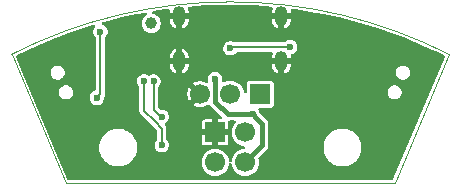
<source format=gbr>
%TF.GenerationSoftware,KiCad,Pcbnew,9.0.5*%
%TF.CreationDate,2025-12-07T22:15:23-05:00*%
%TF.ProjectId,Control_PCB,436f6e74-726f-46c5-9f50-43422e6b6963,rev?*%
%TF.SameCoordinates,Original*%
%TF.FileFunction,Copper,L2,Bot*%
%TF.FilePolarity,Positive*%
%FSLAX46Y46*%
G04 Gerber Fmt 4.6, Leading zero omitted, Abs format (unit mm)*
G04 Created by KiCad (PCBNEW 9.0.5) date 2025-12-07 22:15:23*
%MOMM*%
%LPD*%
G01*
G04 APERTURE LIST*
%TA.AperFunction,HeatsinkPad*%
%ADD10O,1.100000X1.700000*%
%TD*%
%TA.AperFunction,ComponentPad*%
%ADD11R,1.700000X1.700000*%
%TD*%
%TA.AperFunction,ComponentPad*%
%ADD12C,1.700000*%
%TD*%
%TA.AperFunction,SMDPad,CuDef*%
%ADD13C,1.000000*%
%TD*%
%TA.AperFunction,ViaPad*%
%ADD14C,0.600000*%
%TD*%
%TA.AperFunction,Conductor*%
%ADD15C,0.400000*%
%TD*%
%TA.AperFunction,Conductor*%
%ADD16C,0.200000*%
%TD*%
%TA.AperFunction,Conductor*%
%ADD17C,0.180000*%
%TD*%
%TA.AperFunction,Profile*%
%ADD18C,0.100000*%
%TD*%
G04 APERTURE END LIST*
D10*
%TO.P,J1,S1,SHIELD*%
%TO.N,GND*%
X154320000Y-64200000D03*
X154320000Y-60400000D03*
X145680000Y-64200000D03*
X145680000Y-60400000D03*
%TD*%
D11*
%TO.P,J3,1,Pin_1*%
%TO.N,Net-(D1-A)*%
X152540000Y-67000000D03*
D12*
%TO.P,J3,2,Pin_2*%
%TO.N,/UPDI*%
X150000000Y-67000000D03*
%TO.P,J3,3,Pin_3*%
%TO.N,GND*%
X147460000Y-67000000D03*
%TD*%
D11*
%TO.P,J2,1,Pin_1*%
%TO.N,GND*%
X148725000Y-70225000D03*
D12*
%TO.P,J2,2,Pin_2*%
%TO.N,/CLK*%
X148725000Y-72765000D03*
%TO.P,J2,3,Pin_3*%
%TO.N,/DATA*%
X151265000Y-70225000D03*
%TO.P,J2,4,Pin_4*%
%TO.N,VBUS*%
X151265000Y-72765000D03*
%TD*%
D13*
%TO.P,TP1,1,1*%
%TO.N,Net-(U1-PC0)*%
X143300000Y-61000000D03*
%TD*%
D14*
%TO.N,GND*%
X160400000Y-61400000D03*
X140025000Y-66700000D03*
X165600000Y-68600000D03*
X156200000Y-60400000D03*
X147100000Y-73600000D03*
X134600000Y-68600000D03*
X163700000Y-65800000D03*
X159200000Y-65500000D03*
X136900000Y-62500000D03*
X163500000Y-73600000D03*
X142275000Y-63475000D03*
X136200000Y-65800000D03*
X136800000Y-73600000D03*
X146300000Y-66200000D03*
X139600000Y-67900000D03*
X154300000Y-67800000D03*
X139821176Y-63446960D03*
X156000000Y-73600000D03*
%TO.N,VBUS*%
X148700000Y-65700000D03*
X151900000Y-68700000D03*
%TO.N,Net-(J1-CC2)*%
X155067000Y-62992000D03*
X150010000Y-63096000D03*
%TO.N,/DATA*%
X144200000Y-68900000D03*
X143500000Y-65900000D03*
%TO.N,/CLK*%
X144200000Y-71300000D03*
X142700000Y-65900000D03*
%TO.N,Net-(U1-~{RESET}{slash}PA0)*%
X138700000Y-67300000D03*
X139000000Y-61700000D03*
%TO.N,Net-(U1-PC0)*%
X143300000Y-61000000D03*
%TD*%
D15*
%TO.N,VBUS*%
X149800000Y-68700000D02*
X151900000Y-68700000D01*
X148711000Y-65711000D02*
X148711000Y-67611000D01*
X152201000Y-69001000D02*
X152700000Y-69500000D01*
X148700000Y-65700000D02*
X148711000Y-65711000D01*
X148711000Y-67611000D02*
X149800000Y-68700000D01*
X152700000Y-71330000D02*
X151265000Y-72765000D01*
X151900000Y-68700000D02*
X152201000Y-69001000D01*
X152700000Y-69500000D02*
X152700000Y-71330000D01*
D16*
%TO.N,Net-(J1-CC2)*%
X150010000Y-63096000D02*
X150114000Y-62992000D01*
X150114000Y-62992000D02*
X155067000Y-62992000D01*
D17*
%TO.N,/DATA*%
X144100000Y-68900000D02*
X143500000Y-68300000D01*
X143500000Y-68300000D02*
X143500000Y-65900000D01*
X144200000Y-68900000D02*
X144100000Y-68900000D01*
%TO.N,/CLK*%
X142700000Y-68400000D02*
X143600000Y-69300000D01*
X142700000Y-65900000D02*
X142700000Y-68400000D01*
X143600000Y-69300000D02*
X144200000Y-69900000D01*
X144200000Y-69900000D02*
X144200000Y-71300000D01*
%TO.N,Net-(U1-~{RESET}{slash}PA0)*%
X139000000Y-67000000D02*
X139000000Y-61700000D01*
X138700000Y-67300000D02*
X139000000Y-67000000D01*
%TD*%
%TA.AperFunction,Conductor*%
%TO.N,GND*%
G36*
X150618025Y-59432767D02*
G01*
X151846030Y-59470077D01*
X151849757Y-59470248D01*
X153076018Y-59544834D01*
X153079742Y-59545116D01*
X153489989Y-59582603D01*
X153554956Y-59608306D01*
X153595717Y-59665054D01*
X153599326Y-59734830D01*
X153593264Y-59753540D01*
X153546898Y-59865477D01*
X153546895Y-59865489D01*
X153516000Y-60020808D01*
X153516000Y-60150000D01*
X154020000Y-60150000D01*
X154020000Y-60650000D01*
X153516000Y-60650000D01*
X153516000Y-60779191D01*
X153546895Y-60934510D01*
X153546897Y-60934518D01*
X153607504Y-61080835D01*
X153607506Y-61080839D01*
X153695489Y-61212515D01*
X153695495Y-61212523D01*
X153807476Y-61324504D01*
X153807484Y-61324510D01*
X153939160Y-61412493D01*
X153939164Y-61412495D01*
X154069999Y-61466689D01*
X154070000Y-61466689D01*
X154070000Y-60866988D01*
X154079940Y-60884205D01*
X154135795Y-60940060D01*
X154204204Y-60979556D01*
X154280504Y-61000000D01*
X154359496Y-61000000D01*
X154435796Y-60979556D01*
X154504205Y-60940060D01*
X154560060Y-60884205D01*
X154570000Y-60866988D01*
X154570000Y-61466689D01*
X154700835Y-61412495D01*
X154700839Y-61412493D01*
X154832515Y-61324510D01*
X154832523Y-61324504D01*
X154944504Y-61212523D01*
X154944510Y-61212515D01*
X155032493Y-61080839D01*
X155032495Y-61080835D01*
X155093102Y-60934518D01*
X155093104Y-60934510D01*
X155123999Y-60779191D01*
X155124000Y-60779188D01*
X155124000Y-60650000D01*
X154620000Y-60650000D01*
X154620000Y-60150000D01*
X155124000Y-60150000D01*
X155124000Y-60020812D01*
X155123999Y-60020808D01*
X155103659Y-59918549D01*
X155109886Y-59848958D01*
X155152749Y-59793780D01*
X155218639Y-59770536D01*
X155240299Y-59771271D01*
X155526435Y-59806208D01*
X155530158Y-59806720D01*
X156744604Y-59992592D01*
X156748270Y-59993211D01*
X157956452Y-60215867D01*
X157960111Y-60216598D01*
X159161040Y-60475859D01*
X159164692Y-60476706D01*
X160357177Y-60772315D01*
X160360750Y-60773259D01*
X161543704Y-61104945D01*
X161547218Y-61105988D01*
X162719610Y-61473465D01*
X162723151Y-61474634D01*
X163883800Y-61877533D01*
X163887251Y-61878790D01*
X164691721Y-62185727D01*
X165035124Y-62316749D01*
X165038622Y-62318145D01*
X166172614Y-62790742D01*
X166176054Y-62792238D01*
X167295191Y-63299065D01*
X167298597Y-63300669D01*
X167427153Y-63363662D01*
X168086351Y-63686668D01*
X168137890Y-63733843D01*
X168155743Y-63801393D01*
X168146133Y-63845993D01*
X163814812Y-74169474D01*
X163770723Y-74223677D01*
X163704329Y-74245440D01*
X163700468Y-74245500D01*
X136299531Y-74245500D01*
X136232492Y-74225815D01*
X136186737Y-74173011D01*
X136185187Y-74169474D01*
X135012334Y-71374038D01*
X138899500Y-71374038D01*
X138899500Y-71625962D01*
X138924588Y-71784359D01*
X138938910Y-71874785D01*
X139016760Y-72114383D01*
X139095413Y-72268747D01*
X139128545Y-72333772D01*
X139131132Y-72338848D01*
X139279201Y-72542649D01*
X139279205Y-72542654D01*
X139457345Y-72720794D01*
X139457350Y-72720798D01*
X139623984Y-72841864D01*
X139661155Y-72868870D01*
X139804184Y-72941747D01*
X139885616Y-72983239D01*
X139885618Y-72983239D01*
X139885621Y-72983241D01*
X140125215Y-73061090D01*
X140374038Y-73100500D01*
X140374039Y-73100500D01*
X140625961Y-73100500D01*
X140625962Y-73100500D01*
X140874785Y-73061090D01*
X141114379Y-72983241D01*
X141338845Y-72868870D01*
X141542656Y-72720793D01*
X141720793Y-72542656D01*
X141868870Y-72338845D01*
X141983241Y-72114379D01*
X142061090Y-71874785D01*
X142100500Y-71625962D01*
X142100500Y-71374038D01*
X142061090Y-71125215D01*
X141983241Y-70885621D01*
X141983239Y-70885618D01*
X141983239Y-70885616D01*
X141933457Y-70787915D01*
X141868870Y-70661155D01*
X141733621Y-70475000D01*
X141720798Y-70457350D01*
X141720794Y-70457345D01*
X141542654Y-70279205D01*
X141542649Y-70279201D01*
X141338848Y-70131132D01*
X141338847Y-70131131D01*
X141338845Y-70131130D01*
X141206581Y-70063738D01*
X141114383Y-70016760D01*
X140874785Y-69938910D01*
X140742721Y-69917993D01*
X140625962Y-69899500D01*
X140374038Y-69899500D01*
X140257279Y-69917993D01*
X140125214Y-69938910D01*
X139885616Y-70016760D01*
X139661151Y-70131132D01*
X139457350Y-70279201D01*
X139457345Y-70279205D01*
X139279205Y-70457345D01*
X139279201Y-70457350D01*
X139131132Y-70661151D01*
X139016760Y-70885616D01*
X138938910Y-71125214D01*
X138908967Y-71314264D01*
X138899500Y-71374038D01*
X135012334Y-71374038D01*
X133070624Y-66746073D01*
X135480649Y-66746073D01*
X135480649Y-66904187D01*
X135520267Y-67052041D01*
X135521572Y-67056913D01*
X135521575Y-67056920D01*
X135600624Y-67193839D01*
X135600628Y-67193844D01*
X135600629Y-67193846D01*
X135712433Y-67305650D01*
X135712435Y-67305651D01*
X135712439Y-67305654D01*
X135714783Y-67307007D01*
X135849365Y-67384707D01*
X136002092Y-67425630D01*
X136002094Y-67425630D01*
X136160204Y-67425630D01*
X136160206Y-67425630D01*
X136312933Y-67384707D01*
X136449865Y-67305650D01*
X136561669Y-67193846D01*
X136640726Y-67056914D01*
X136681649Y-66904187D01*
X136681649Y-66746073D01*
X136640726Y-66593346D01*
X136606506Y-66534075D01*
X136561673Y-66456420D01*
X136561667Y-66456412D01*
X136449866Y-66344611D01*
X136449858Y-66344605D01*
X136312939Y-66265556D01*
X136312935Y-66265554D01*
X136312933Y-66265553D01*
X136160206Y-66224630D01*
X136002092Y-66224630D01*
X135849365Y-66265553D01*
X135849358Y-66265556D01*
X135712439Y-66344605D01*
X135712431Y-66344611D01*
X135600630Y-66456412D01*
X135600624Y-66456420D01*
X135521575Y-66593339D01*
X135521572Y-66593346D01*
X135480649Y-66746073D01*
X133070624Y-66746073D01*
X132374226Y-65086245D01*
X134784251Y-65086245D01*
X134784251Y-65244359D01*
X134790235Y-65266689D01*
X134825174Y-65397085D01*
X134825177Y-65397092D01*
X134904226Y-65534011D01*
X134904230Y-65534016D01*
X134904231Y-65534018D01*
X135016035Y-65645822D01*
X135016037Y-65645823D01*
X135016041Y-65645826D01*
X135051613Y-65666363D01*
X135152967Y-65724879D01*
X135305694Y-65765802D01*
X135305696Y-65765802D01*
X135463806Y-65765802D01*
X135463808Y-65765802D01*
X135616535Y-65724879D01*
X135753467Y-65645822D01*
X135865271Y-65534018D01*
X135944328Y-65397086D01*
X135985251Y-65244359D01*
X135985251Y-65086245D01*
X135944328Y-64933518D01*
X135913911Y-64880833D01*
X135865275Y-64796592D01*
X135865269Y-64796584D01*
X135753468Y-64684783D01*
X135753460Y-64684777D01*
X135616541Y-64605728D01*
X135616537Y-64605726D01*
X135616535Y-64605725D01*
X135463808Y-64564802D01*
X135305694Y-64564802D01*
X135152967Y-64605725D01*
X135152960Y-64605728D01*
X135016041Y-64684777D01*
X135016033Y-64684783D01*
X134904232Y-64796584D01*
X134904226Y-64796592D01*
X134825177Y-64933511D01*
X134825174Y-64933518D01*
X134784251Y-65086245D01*
X132374226Y-65086245D01*
X131853864Y-63845990D01*
X131846080Y-63776559D01*
X131877070Y-63713937D01*
X131913644Y-63686669D01*
X132701427Y-63300657D01*
X132704808Y-63299065D01*
X133823945Y-62792238D01*
X133827361Y-62790752D01*
X134961399Y-62318135D01*
X134964852Y-62316758D01*
X136112769Y-61878782D01*
X136116178Y-61877540D01*
X137276868Y-61474627D01*
X137280369Y-61473471D01*
X138386415Y-61126789D01*
X138456270Y-61125523D01*
X138515724Y-61162224D01*
X138545897Y-61225243D01*
X138537210Y-61294571D01*
X138519290Y-61320896D01*
X138520587Y-61321891D01*
X138515640Y-61328337D01*
X138435950Y-61466361D01*
X138433898Y-61474021D01*
X138394700Y-61620311D01*
X138394700Y-61779689D01*
X138415325Y-61856663D01*
X138435950Y-61933638D01*
X138475795Y-62002650D01*
X138515640Y-62071663D01*
X138515642Y-62071665D01*
X138568381Y-62124404D01*
X138601866Y-62185727D01*
X138604700Y-62212085D01*
X138604700Y-66603733D01*
X138585015Y-66670772D01*
X138532211Y-66716527D01*
X138512796Y-66723507D01*
X138466364Y-66735949D01*
X138466363Y-66735949D01*
X138328337Y-66815640D01*
X138328334Y-66815642D01*
X138215642Y-66928334D01*
X138215640Y-66928337D01*
X138135950Y-67066361D01*
X138112848Y-67152580D01*
X138094700Y-67220311D01*
X138094700Y-67379689D01*
X138096045Y-67384707D01*
X138135950Y-67533638D01*
X138165951Y-67585600D01*
X138215640Y-67671663D01*
X138328337Y-67784360D01*
X138466363Y-67864050D01*
X138620311Y-67905300D01*
X138620313Y-67905300D01*
X138779687Y-67905300D01*
X138779689Y-67905300D01*
X138933637Y-67864050D01*
X139071663Y-67784360D01*
X139184360Y-67671663D01*
X139264050Y-67533637D01*
X139305300Y-67379689D01*
X139305300Y-67295031D01*
X139321913Y-67233031D01*
X139341726Y-67198713D01*
X139368361Y-67152580D01*
X139395300Y-67052042D01*
X139395300Y-66947958D01*
X139395300Y-65820311D01*
X142094700Y-65820311D01*
X142094700Y-65979689D01*
X142101771Y-66006077D01*
X142135950Y-66133638D01*
X142145316Y-66149860D01*
X142215640Y-66271663D01*
X142215642Y-66271665D01*
X142268381Y-66324404D01*
X142301866Y-66385727D01*
X142304700Y-66412085D01*
X142304700Y-68347958D01*
X142304700Y-68452042D01*
X142325143Y-68528334D01*
X142331639Y-68552579D01*
X142331642Y-68552586D01*
X142383676Y-68642713D01*
X142383682Y-68642721D01*
X143279340Y-69538378D01*
X143279361Y-69538401D01*
X143768381Y-70027419D01*
X143801866Y-70088742D01*
X143804700Y-70115100D01*
X143804700Y-70787915D01*
X143785015Y-70854954D01*
X143768381Y-70875596D01*
X143715642Y-70928334D01*
X143715640Y-70928337D01*
X143635950Y-71066361D01*
X143607080Y-71174109D01*
X143594700Y-71220311D01*
X143594700Y-71379689D01*
X143604735Y-71417140D01*
X143635950Y-71533638D01*
X143665859Y-71585440D01*
X143715640Y-71671663D01*
X143828337Y-71784360D01*
X143966363Y-71864050D01*
X144120311Y-71905300D01*
X144120313Y-71905300D01*
X144279687Y-71905300D01*
X144279689Y-71905300D01*
X144433637Y-71864050D01*
X144571663Y-71784360D01*
X144684360Y-71671663D01*
X144764050Y-71533637D01*
X144805300Y-71379689D01*
X144805300Y-71220311D01*
X144764050Y-71066363D01*
X144684360Y-70928337D01*
X144631619Y-70875596D01*
X144598134Y-70814273D01*
X144595300Y-70787915D01*
X144595300Y-69847960D01*
X144595300Y-69847958D01*
X144568361Y-69747420D01*
X144555417Y-69725000D01*
X144516323Y-69657286D01*
X144516317Y-69657278D01*
X144477820Y-69618781D01*
X144444335Y-69557458D01*
X144449319Y-69487766D01*
X144491191Y-69431833D01*
X144503492Y-69423718D01*
X144571663Y-69384360D01*
X144684360Y-69271663D01*
X144764050Y-69133637D01*
X144805300Y-68979689D01*
X144805300Y-68820311D01*
X144764050Y-68666363D01*
X144684360Y-68528337D01*
X144571663Y-68415640D01*
X144502650Y-68375795D01*
X144433638Y-68335950D01*
X144356663Y-68315325D01*
X144279689Y-68294700D01*
X144120311Y-68294700D01*
X144116129Y-68294700D01*
X144114770Y-68295207D01*
X144112439Y-68294700D01*
X144112184Y-68294700D01*
X144112184Y-68294644D01*
X144084084Y-68288531D01*
X144053054Y-68283687D01*
X144049131Y-68280928D01*
X144046497Y-68280355D01*
X144018243Y-68259204D01*
X143931619Y-68172580D01*
X143898134Y-68111257D01*
X143895300Y-68084899D01*
X143895300Y-66913107D01*
X146356000Y-66913107D01*
X146356000Y-67086892D01*
X146383183Y-67258521D01*
X146436884Y-67423793D01*
X146515776Y-67578624D01*
X146515777Y-67578626D01*
X146520844Y-67585600D01*
X146520846Y-67585601D01*
X146977037Y-67129409D01*
X146994075Y-67192993D01*
X147059901Y-67307007D01*
X147152993Y-67400099D01*
X147267007Y-67465925D01*
X147330589Y-67482962D01*
X146874398Y-67939152D01*
X146881382Y-67944228D01*
X147036206Y-68023115D01*
X147201478Y-68076816D01*
X147373108Y-68104000D01*
X147546892Y-68104000D01*
X147718521Y-68076816D01*
X147883793Y-68023115D01*
X148038626Y-67944223D01*
X148125376Y-67881195D01*
X148191182Y-67857714D01*
X148259236Y-67873539D01*
X148301253Y-67915159D01*
X148301709Y-67914810D01*
X148304268Y-67918146D01*
X148305650Y-67919514D01*
X148306656Y-67921257D01*
X148306660Y-67921262D01*
X149294717Y-68909319D01*
X149328202Y-68970642D01*
X149323218Y-69040334D01*
X149281346Y-69096267D01*
X149215882Y-69120684D01*
X149207036Y-69121000D01*
X148975000Y-69121000D01*
X148975000Y-69791988D01*
X148917993Y-69759075D01*
X148790826Y-69725000D01*
X148659174Y-69725000D01*
X148532007Y-69759075D01*
X148475000Y-69791988D01*
X148475000Y-69121000D01*
X147849985Y-69121000D01*
X147775893Y-69135737D01*
X147775890Y-69135738D01*
X147691876Y-69191876D01*
X147635736Y-69275895D01*
X147635735Y-69275896D01*
X147621000Y-69349978D01*
X147621000Y-69975000D01*
X148291988Y-69975000D01*
X148259075Y-70032007D01*
X148225000Y-70159174D01*
X148225000Y-70290826D01*
X148259075Y-70417993D01*
X148291988Y-70475000D01*
X147621001Y-70475000D01*
X147621001Y-71100014D01*
X147635737Y-71174106D01*
X147635738Y-71174109D01*
X147691876Y-71258123D01*
X147775895Y-71314263D01*
X147775896Y-71314264D01*
X147849980Y-71328999D01*
X148474999Y-71328999D01*
X148475000Y-71328998D01*
X148475000Y-70658012D01*
X148532007Y-70690925D01*
X148659174Y-70725000D01*
X148790826Y-70725000D01*
X148917993Y-70690925D01*
X148975000Y-70658012D01*
X148975000Y-71328999D01*
X149600015Y-71328999D01*
X149674106Y-71314262D01*
X149674109Y-71314261D01*
X149758123Y-71258123D01*
X149814263Y-71174104D01*
X149814264Y-71174103D01*
X149828999Y-71100021D01*
X149829000Y-71100018D01*
X149829000Y-70475000D01*
X149158012Y-70475000D01*
X149190925Y-70417993D01*
X149225000Y-70290826D01*
X149225000Y-70159174D01*
X149190925Y-70032007D01*
X149158012Y-69975000D01*
X149828999Y-69975000D01*
X149828999Y-69349984D01*
X149828402Y-69343922D01*
X149830571Y-69343708D01*
X149835926Y-69283894D01*
X149878792Y-69228719D01*
X149944683Y-69205477D01*
X149951314Y-69205300D01*
X150351498Y-69205300D01*
X150418537Y-69224985D01*
X150464292Y-69277789D01*
X150474236Y-69346947D01*
X150445211Y-69410503D01*
X150439179Y-69416981D01*
X150383789Y-69472370D01*
X150383789Y-69472371D01*
X150383787Y-69472373D01*
X150337883Y-69535553D01*
X150276899Y-69619490D01*
X150194342Y-69781518D01*
X150194340Y-69781521D01*
X150138148Y-69954462D01*
X150138148Y-69954465D01*
X150109700Y-70134076D01*
X150109700Y-70315923D01*
X150138148Y-70495534D01*
X150138148Y-70495537D01*
X150194340Y-70668478D01*
X150194342Y-70668481D01*
X150276899Y-70830509D01*
X150383787Y-70977627D01*
X150512373Y-71106213D01*
X150659491Y-71213101D01*
X150821519Y-71295658D01*
X150821521Y-71295659D01*
X150924129Y-71328998D01*
X150994467Y-71351852D01*
X151108869Y-71369972D01*
X151125000Y-71372527D01*
X151188135Y-71402456D01*
X151225066Y-71461768D01*
X151224068Y-71531631D01*
X151185458Y-71589863D01*
X151125000Y-71617473D01*
X150994465Y-71638148D01*
X150994462Y-71638148D01*
X150821521Y-71694340D01*
X150821518Y-71694342D01*
X150659490Y-71776899D01*
X150575553Y-71837883D01*
X150512373Y-71883787D01*
X150512371Y-71883789D01*
X150512370Y-71883789D01*
X150383789Y-72012370D01*
X150383789Y-72012371D01*
X150383787Y-72012373D01*
X150337883Y-72075553D01*
X150276899Y-72159490D01*
X150194342Y-72321518D01*
X150194340Y-72321521D01*
X150138148Y-72494462D01*
X150138148Y-72494465D01*
X150117473Y-72625000D01*
X150087544Y-72688135D01*
X150028232Y-72725066D01*
X149958369Y-72724068D01*
X149900137Y-72685458D01*
X149872527Y-72625000D01*
X149870506Y-72612243D01*
X149851852Y-72494467D01*
X149851851Y-72494463D01*
X149851851Y-72494462D01*
X149795659Y-72321521D01*
X149795657Y-72321518D01*
X149713100Y-72159490D01*
X149606213Y-72012373D01*
X149477627Y-71883787D01*
X149330509Y-71776899D01*
X149168481Y-71694342D01*
X149168478Y-71694340D01*
X148995535Y-71638148D01*
X148875714Y-71619170D01*
X148815924Y-71609700D01*
X148634076Y-71609700D01*
X148574286Y-71619170D01*
X148454465Y-71638148D01*
X148454462Y-71638148D01*
X148281521Y-71694340D01*
X148281518Y-71694342D01*
X148119490Y-71776899D01*
X148035553Y-71837883D01*
X147972373Y-71883787D01*
X147972371Y-71883789D01*
X147972370Y-71883789D01*
X147843789Y-72012370D01*
X147843789Y-72012371D01*
X147843787Y-72012373D01*
X147797883Y-72075553D01*
X147736899Y-72159490D01*
X147654342Y-72321518D01*
X147654340Y-72321521D01*
X147598148Y-72494462D01*
X147598148Y-72494465D01*
X147590516Y-72542654D01*
X147569700Y-72674076D01*
X147569700Y-72855924D01*
X147577473Y-72904999D01*
X147598148Y-73035534D01*
X147598148Y-73035537D01*
X147654340Y-73208478D01*
X147654342Y-73208481D01*
X147736899Y-73370509D01*
X147843787Y-73517627D01*
X147972373Y-73646213D01*
X148119491Y-73753101D01*
X148281519Y-73835658D01*
X148281521Y-73835659D01*
X148442834Y-73888072D01*
X148454467Y-73891852D01*
X148634076Y-73920300D01*
X148634077Y-73920300D01*
X148815923Y-73920300D01*
X148815924Y-73920300D01*
X148995533Y-73891852D01*
X148995536Y-73891851D01*
X148995537Y-73891851D01*
X149168478Y-73835659D01*
X149168478Y-73835658D01*
X149168481Y-73835658D01*
X149330509Y-73753101D01*
X149477627Y-73646213D01*
X149606213Y-73517627D01*
X149713101Y-73370509D01*
X149795658Y-73208481D01*
X149843548Y-73061090D01*
X149851851Y-73035537D01*
X149851851Y-73035536D01*
X149851852Y-73035533D01*
X149872527Y-72904998D01*
X149902456Y-72841864D01*
X149961768Y-72804933D01*
X150031630Y-72805931D01*
X150089863Y-72844541D01*
X150117473Y-72904999D01*
X150138148Y-73035534D01*
X150138148Y-73035537D01*
X150194340Y-73208478D01*
X150194342Y-73208481D01*
X150276899Y-73370509D01*
X150383787Y-73517627D01*
X150512373Y-73646213D01*
X150659491Y-73753101D01*
X150821519Y-73835658D01*
X150821521Y-73835659D01*
X150982834Y-73888072D01*
X150994467Y-73891852D01*
X151174076Y-73920300D01*
X151174077Y-73920300D01*
X151355923Y-73920300D01*
X151355924Y-73920300D01*
X151535533Y-73891852D01*
X151535536Y-73891851D01*
X151535537Y-73891851D01*
X151708478Y-73835659D01*
X151708478Y-73835658D01*
X151708481Y-73835658D01*
X151870509Y-73753101D01*
X152017627Y-73646213D01*
X152146213Y-73517627D01*
X152253101Y-73370509D01*
X152335658Y-73208481D01*
X152383548Y-73061090D01*
X152391851Y-73035537D01*
X152391851Y-73035536D01*
X152391852Y-73035533D01*
X152420300Y-72855924D01*
X152420300Y-72674076D01*
X152391852Y-72494467D01*
X152380577Y-72459769D01*
X152378583Y-72389931D01*
X152410826Y-72333774D01*
X153104340Y-71640262D01*
X153170863Y-71525039D01*
X153170864Y-71525038D01*
X153205300Y-71396524D01*
X153205300Y-71374038D01*
X157899500Y-71374038D01*
X157899500Y-71625962D01*
X157924588Y-71784359D01*
X157938910Y-71874785D01*
X158016760Y-72114383D01*
X158095413Y-72268747D01*
X158128545Y-72333772D01*
X158131132Y-72338848D01*
X158279201Y-72542649D01*
X158279205Y-72542654D01*
X158457345Y-72720794D01*
X158457350Y-72720798D01*
X158623984Y-72841864D01*
X158661155Y-72868870D01*
X158804184Y-72941747D01*
X158885616Y-72983239D01*
X158885618Y-72983239D01*
X158885621Y-72983241D01*
X159125215Y-73061090D01*
X159374038Y-73100500D01*
X159374039Y-73100500D01*
X159625961Y-73100500D01*
X159625962Y-73100500D01*
X159874785Y-73061090D01*
X160114379Y-72983241D01*
X160338845Y-72868870D01*
X160542656Y-72720793D01*
X160720793Y-72542656D01*
X160868870Y-72338845D01*
X160983241Y-72114379D01*
X161061090Y-71874785D01*
X161100500Y-71625962D01*
X161100500Y-71374038D01*
X161061090Y-71125215D01*
X160983241Y-70885621D01*
X160983239Y-70885618D01*
X160983239Y-70885616D01*
X160933457Y-70787915D01*
X160868870Y-70661155D01*
X160733621Y-70475000D01*
X160720798Y-70457350D01*
X160720794Y-70457345D01*
X160542654Y-70279205D01*
X160542649Y-70279201D01*
X160338848Y-70131132D01*
X160338847Y-70131131D01*
X160338845Y-70131130D01*
X160206581Y-70063738D01*
X160114383Y-70016760D01*
X159874785Y-69938910D01*
X159742721Y-69917993D01*
X159625962Y-69899500D01*
X159374038Y-69899500D01*
X159257279Y-69917993D01*
X159125214Y-69938910D01*
X158885616Y-70016760D01*
X158661151Y-70131132D01*
X158457350Y-70279201D01*
X158457345Y-70279205D01*
X158279205Y-70457345D01*
X158279201Y-70457350D01*
X158131132Y-70661151D01*
X158016760Y-70885616D01*
X157938910Y-71125214D01*
X157908967Y-71314264D01*
X157899500Y-71374038D01*
X153205300Y-71374038D01*
X153205300Y-69433476D01*
X153170864Y-69304962D01*
X153151639Y-69271663D01*
X153104341Y-69189739D01*
X152517954Y-68603352D01*
X152485861Y-68547766D01*
X152464050Y-68466363D01*
X152391843Y-68341299D01*
X152375371Y-68273399D01*
X152398223Y-68207372D01*
X152453144Y-68164182D01*
X152499231Y-68155299D01*
X153435572Y-68155299D01*
X153435578Y-68155299D01*
X153461109Y-68152338D01*
X153565525Y-68106234D01*
X153646234Y-68025525D01*
X153692338Y-67921109D01*
X153695300Y-67895579D01*
X153695299Y-66746073D01*
X163318351Y-66746073D01*
X163318351Y-66904187D01*
X163357969Y-67052041D01*
X163359274Y-67056913D01*
X163359277Y-67056920D01*
X163438326Y-67193839D01*
X163438330Y-67193844D01*
X163438331Y-67193846D01*
X163550135Y-67305650D01*
X163550137Y-67305651D01*
X163550141Y-67305654D01*
X163552485Y-67307007D01*
X163687067Y-67384707D01*
X163839794Y-67425630D01*
X163839796Y-67425630D01*
X163997906Y-67425630D01*
X163997908Y-67425630D01*
X164150635Y-67384707D01*
X164287567Y-67305650D01*
X164399371Y-67193846D01*
X164478428Y-67056914D01*
X164519351Y-66904187D01*
X164519351Y-66746073D01*
X164478428Y-66593346D01*
X164444208Y-66534075D01*
X164399375Y-66456420D01*
X164399369Y-66456412D01*
X164287568Y-66344611D01*
X164287560Y-66344605D01*
X164150641Y-66265556D01*
X164150637Y-66265554D01*
X164150635Y-66265553D01*
X163997908Y-66224630D01*
X163839794Y-66224630D01*
X163687067Y-66265553D01*
X163687060Y-66265556D01*
X163550141Y-66344605D01*
X163550133Y-66344611D01*
X163438332Y-66456412D01*
X163438326Y-66456420D01*
X163359277Y-66593339D01*
X163359274Y-66593346D01*
X163318351Y-66746073D01*
X153695299Y-66746073D01*
X153695299Y-66104422D01*
X153692338Y-66078891D01*
X153646234Y-65974475D01*
X153565525Y-65893766D01*
X153496977Y-65863499D01*
X153461110Y-65847662D01*
X153435579Y-65844700D01*
X151644428Y-65844700D01*
X151644405Y-65844702D01*
X151618893Y-65847661D01*
X151618890Y-65847662D01*
X151514475Y-65893765D01*
X151433766Y-65974474D01*
X151387662Y-66078888D01*
X151387662Y-66078890D01*
X151384700Y-66104419D01*
X151384700Y-66781888D01*
X151365015Y-66848927D01*
X151312211Y-66894682D01*
X151243053Y-66904626D01*
X151179497Y-66875601D01*
X151141723Y-66816823D01*
X151138227Y-66801286D01*
X151137527Y-66796865D01*
X151126852Y-66729467D01*
X151126851Y-66729463D01*
X151126851Y-66729462D01*
X151070659Y-66556521D01*
X151070657Y-66556518D01*
X150997066Y-66412085D01*
X150988101Y-66394491D01*
X150881213Y-66247373D01*
X150752627Y-66118787D01*
X150605509Y-66011899D01*
X150443481Y-65929342D01*
X150443478Y-65929340D01*
X150270535Y-65873148D01*
X150150793Y-65854182D01*
X150090924Y-65844700D01*
X149909076Y-65844700D01*
X149849206Y-65854182D01*
X149729465Y-65873148D01*
X149729462Y-65873148D01*
X149556521Y-65929340D01*
X149556518Y-65929342D01*
X149467292Y-65974805D01*
X149398622Y-65987701D01*
X149333882Y-65961424D01*
X149293625Y-65904318D01*
X149290633Y-65834512D01*
X149291201Y-65832307D01*
X149305300Y-65779689D01*
X149305300Y-65620311D01*
X149264050Y-65466363D01*
X149184360Y-65328337D01*
X149071663Y-65215640D01*
X149002650Y-65175795D01*
X148933638Y-65135950D01*
X148856663Y-65115325D01*
X148779689Y-65094700D01*
X148620311Y-65094700D01*
X148466361Y-65135950D01*
X148328337Y-65215640D01*
X148328334Y-65215642D01*
X148215642Y-65328334D01*
X148215640Y-65328337D01*
X148135950Y-65466361D01*
X148094700Y-65620311D01*
X148094700Y-65779689D01*
X148112913Y-65847662D01*
X148117157Y-65863499D01*
X148115494Y-65933349D01*
X148076331Y-65991211D01*
X148012103Y-66018715D01*
X147943201Y-66007128D01*
X147941088Y-66006077D01*
X147883796Y-65976885D01*
X147718521Y-65923183D01*
X147546892Y-65896000D01*
X147373108Y-65896000D01*
X147201478Y-65923183D01*
X147036206Y-65976884D01*
X146881375Y-66055775D01*
X146874398Y-66060844D01*
X146874398Y-66060845D01*
X147330590Y-66517037D01*
X147267007Y-66534075D01*
X147152993Y-66599901D01*
X147059901Y-66692993D01*
X146994075Y-66807007D01*
X146977037Y-66870590D01*
X146520845Y-66414398D01*
X146520844Y-66414398D01*
X146515775Y-66421375D01*
X146436884Y-66576206D01*
X146383183Y-66741478D01*
X146356000Y-66913107D01*
X143895300Y-66913107D01*
X143895300Y-66412085D01*
X143914985Y-66345046D01*
X143931619Y-66324404D01*
X143984360Y-66271663D01*
X144064050Y-66133637D01*
X144105300Y-65979689D01*
X144105300Y-65820311D01*
X144064050Y-65666363D01*
X143984360Y-65528337D01*
X143871663Y-65415640D01*
X143802650Y-65375795D01*
X143733638Y-65335950D01*
X143656663Y-65315325D01*
X143579689Y-65294700D01*
X143420311Y-65294700D01*
X143266363Y-65335950D01*
X143266362Y-65335950D01*
X143266360Y-65335951D01*
X143266359Y-65335951D01*
X143162000Y-65396204D01*
X143094100Y-65412677D01*
X143038000Y-65396204D01*
X142933639Y-65335951D01*
X142933638Y-65335950D01*
X142933637Y-65335950D01*
X142779689Y-65294700D01*
X142620311Y-65294700D01*
X142466361Y-65335950D01*
X142328337Y-65415640D01*
X142328334Y-65415642D01*
X142215642Y-65528334D01*
X142215640Y-65528337D01*
X142135950Y-65666361D01*
X142094700Y-65820311D01*
X139395300Y-65820311D01*
X139395300Y-63820808D01*
X144876000Y-63820808D01*
X144876000Y-63950000D01*
X145380000Y-63950000D01*
X145380000Y-64450000D01*
X144876000Y-64450000D01*
X144876000Y-64579191D01*
X144906895Y-64734510D01*
X144906897Y-64734518D01*
X144967504Y-64880835D01*
X144967506Y-64880839D01*
X145055489Y-65012515D01*
X145055495Y-65012523D01*
X145167476Y-65124504D01*
X145167484Y-65124510D01*
X145299160Y-65212493D01*
X145299164Y-65212495D01*
X145429999Y-65266689D01*
X145430000Y-65266689D01*
X145430000Y-64666988D01*
X145439940Y-64684205D01*
X145495795Y-64740060D01*
X145564204Y-64779556D01*
X145640504Y-64800000D01*
X145719496Y-64800000D01*
X145795796Y-64779556D01*
X145864205Y-64740060D01*
X145920060Y-64684205D01*
X145930000Y-64666988D01*
X145930000Y-65266689D01*
X146060835Y-65212495D01*
X146060839Y-65212493D01*
X146192515Y-65124510D01*
X146192523Y-65124504D01*
X146304504Y-65012523D01*
X146304510Y-65012515D01*
X146392493Y-64880839D01*
X146392495Y-64880835D01*
X146453102Y-64734518D01*
X146453104Y-64734510D01*
X146483999Y-64579191D01*
X146484000Y-64579188D01*
X146484000Y-64450000D01*
X145980000Y-64450000D01*
X145980000Y-63950000D01*
X146484000Y-63950000D01*
X146484000Y-63820812D01*
X146483999Y-63820808D01*
X146453104Y-63665489D01*
X146453102Y-63665481D01*
X146392495Y-63519164D01*
X146392493Y-63519160D01*
X146304510Y-63387484D01*
X146304504Y-63387476D01*
X146192523Y-63275495D01*
X146192515Y-63275489D01*
X146060841Y-63187507D01*
X145951314Y-63142138D01*
X145930000Y-63150732D01*
X145930000Y-63733011D01*
X145920060Y-63715795D01*
X145864205Y-63659940D01*
X145795796Y-63620444D01*
X145719496Y-63600000D01*
X145640504Y-63600000D01*
X145564204Y-63620444D01*
X145495795Y-63659940D01*
X145439940Y-63715795D01*
X145430000Y-63733011D01*
X145430000Y-63133309D01*
X145299158Y-63187507D01*
X145167484Y-63275489D01*
X145167476Y-63275495D01*
X145055495Y-63387476D01*
X145055489Y-63387484D01*
X144967506Y-63519160D01*
X144967504Y-63519164D01*
X144906897Y-63665481D01*
X144906895Y-63665489D01*
X144876000Y-63820808D01*
X139395300Y-63820808D01*
X139395300Y-63016311D01*
X149404700Y-63016311D01*
X149404700Y-63175689D01*
X149418084Y-63225638D01*
X149445950Y-63329638D01*
X149465595Y-63363663D01*
X149525640Y-63467663D01*
X149638337Y-63580360D01*
X149753131Y-63646637D01*
X149774019Y-63658697D01*
X149776363Y-63660050D01*
X149930311Y-63701300D01*
X149930313Y-63701300D01*
X150089687Y-63701300D01*
X150089689Y-63701300D01*
X150243637Y-63660050D01*
X150381663Y-63580360D01*
X150494360Y-63467663D01*
X150494546Y-63467339D01*
X150499190Y-63459299D01*
X150549757Y-63411084D01*
X150606576Y-63397300D01*
X153472403Y-63397300D01*
X153539442Y-63416985D01*
X153585197Y-63469789D01*
X153595141Y-63538947D01*
X153586964Y-63568753D01*
X153546897Y-63665481D01*
X153546895Y-63665489D01*
X153516000Y-63820808D01*
X153516000Y-63950000D01*
X154020000Y-63950000D01*
X154020000Y-64450000D01*
X153516000Y-64450000D01*
X153516000Y-64579191D01*
X153546895Y-64734510D01*
X153546897Y-64734518D01*
X153607504Y-64880835D01*
X153607506Y-64880839D01*
X153695489Y-65012515D01*
X153695495Y-65012523D01*
X153807476Y-65124504D01*
X153807484Y-65124510D01*
X153939160Y-65212493D01*
X153939164Y-65212495D01*
X154069999Y-65266689D01*
X154070000Y-65266689D01*
X154070000Y-64666988D01*
X154079940Y-64684205D01*
X154135795Y-64740060D01*
X154204204Y-64779556D01*
X154280504Y-64800000D01*
X154359496Y-64800000D01*
X154435796Y-64779556D01*
X154504205Y-64740060D01*
X154560060Y-64684205D01*
X154570000Y-64666988D01*
X154570000Y-65266689D01*
X154700835Y-65212495D01*
X154700839Y-65212493D01*
X154832515Y-65124510D01*
X154832523Y-65124504D01*
X154870782Y-65086245D01*
X164014749Y-65086245D01*
X164014749Y-65244359D01*
X164020733Y-65266689D01*
X164055672Y-65397085D01*
X164055675Y-65397092D01*
X164134724Y-65534011D01*
X164134728Y-65534016D01*
X164134729Y-65534018D01*
X164246533Y-65645822D01*
X164246535Y-65645823D01*
X164246539Y-65645826D01*
X164282111Y-65666363D01*
X164383465Y-65724879D01*
X164536192Y-65765802D01*
X164536194Y-65765802D01*
X164694304Y-65765802D01*
X164694306Y-65765802D01*
X164847033Y-65724879D01*
X164983965Y-65645822D01*
X165095769Y-65534018D01*
X165174826Y-65397086D01*
X165215749Y-65244359D01*
X165215749Y-65086245D01*
X165174826Y-64933518D01*
X165144409Y-64880833D01*
X165095773Y-64796592D01*
X165095767Y-64796584D01*
X164983966Y-64684783D01*
X164983958Y-64684777D01*
X164847039Y-64605728D01*
X164847035Y-64605726D01*
X164847033Y-64605725D01*
X164694306Y-64564802D01*
X164536192Y-64564802D01*
X164383465Y-64605725D01*
X164383458Y-64605728D01*
X164246539Y-64684777D01*
X164246531Y-64684783D01*
X164134730Y-64796584D01*
X164134724Y-64796592D01*
X164055675Y-64933511D01*
X164055672Y-64933518D01*
X164014749Y-65086245D01*
X154870782Y-65086245D01*
X154944504Y-65012523D01*
X154944508Y-65012518D01*
X154946710Y-65009224D01*
X155032496Y-64880833D01*
X155093102Y-64734518D01*
X155093104Y-64734510D01*
X155123999Y-64579191D01*
X155124000Y-64579188D01*
X155124000Y-64450000D01*
X154620000Y-64450000D01*
X154620000Y-63950000D01*
X155124000Y-63950000D01*
X155124000Y-63820812D01*
X155123999Y-63820809D01*
X155105596Y-63728288D01*
X155111823Y-63658697D01*
X155154686Y-63603519D01*
X155195115Y-63584324D01*
X155300637Y-63556050D01*
X155438663Y-63476360D01*
X155551360Y-63363663D01*
X155631050Y-63225637D01*
X155672300Y-63071689D01*
X155672300Y-62912311D01*
X155631050Y-62758363D01*
X155551360Y-62620337D01*
X155438663Y-62507640D01*
X155369650Y-62467795D01*
X155300638Y-62427950D01*
X155223663Y-62407325D01*
X155146689Y-62386700D01*
X154987311Y-62386700D01*
X154833361Y-62427950D01*
X154695337Y-62507640D01*
X154695334Y-62507642D01*
X154652596Y-62550381D01*
X154591273Y-62583866D01*
X154564915Y-62586700D01*
X150371692Y-62586700D01*
X150309692Y-62570087D01*
X150243637Y-62531950D01*
X150089689Y-62490700D01*
X149930311Y-62490700D01*
X149776361Y-62531950D01*
X149638337Y-62611640D01*
X149638334Y-62611642D01*
X149525642Y-62724334D01*
X149525640Y-62724337D01*
X149445950Y-62862361D01*
X149432566Y-62912313D01*
X149404700Y-63016311D01*
X139395300Y-63016311D01*
X139395300Y-62212085D01*
X139414985Y-62145046D01*
X139431619Y-62124404D01*
X139484360Y-62071663D01*
X139564050Y-61933637D01*
X139605300Y-61779689D01*
X139605300Y-61620311D01*
X139564050Y-61466363D01*
X139484360Y-61328337D01*
X139371663Y-61215640D01*
X139233637Y-61135950D01*
X139216482Y-61131353D01*
X139156823Y-61094986D01*
X139126295Y-61032139D01*
X139134592Y-60962763D01*
X139179079Y-60908887D01*
X139215090Y-60892188D01*
X139639326Y-60773237D01*
X139642805Y-60772319D01*
X140835322Y-60476702D01*
X140838945Y-60475862D01*
X142039900Y-60216596D01*
X142043534Y-60215869D01*
X142806213Y-60075315D01*
X142875707Y-60082523D01*
X142930274Y-60126160D01*
X142952588Y-60192371D01*
X142935562Y-60260134D01*
X142897576Y-60300363D01*
X142786647Y-60374484D01*
X142674484Y-60486647D01*
X142674481Y-60486651D01*
X142586355Y-60618540D01*
X142586348Y-60618553D01*
X142525647Y-60765101D01*
X142525644Y-60765110D01*
X142494700Y-60920680D01*
X142494700Y-61079319D01*
X142525644Y-61234889D01*
X142525647Y-61234898D01*
X142586348Y-61381446D01*
X142586355Y-61381459D01*
X142674481Y-61513348D01*
X142674484Y-61513352D01*
X142786647Y-61625515D01*
X142786651Y-61625518D01*
X142918540Y-61713644D01*
X142918553Y-61713651D01*
X143028464Y-61759176D01*
X143065103Y-61774353D01*
X143065105Y-61774353D01*
X143065110Y-61774355D01*
X143220680Y-61805299D01*
X143220684Y-61805300D01*
X143220685Y-61805300D01*
X143379316Y-61805300D01*
X143379317Y-61805299D01*
X143431175Y-61794984D01*
X143534889Y-61774355D01*
X143534892Y-61774353D01*
X143534897Y-61774353D01*
X143681453Y-61713648D01*
X143813349Y-61625518D01*
X143925518Y-61513349D01*
X144013648Y-61381453D01*
X144074353Y-61234897D01*
X144076274Y-61225243D01*
X144104997Y-61080839D01*
X144105300Y-61079315D01*
X144105300Y-60920685D01*
X144098044Y-60884205D01*
X144074355Y-60765110D01*
X144074352Y-60765101D01*
X144025057Y-60646090D01*
X144013651Y-60618553D01*
X144013644Y-60618540D01*
X143925518Y-60486651D01*
X143925515Y-60486647D01*
X143813352Y-60374484D01*
X143813348Y-60374481D01*
X143681459Y-60286355D01*
X143681446Y-60286348D01*
X143534898Y-60225647D01*
X143534889Y-60225644D01*
X143442632Y-60207294D01*
X143380721Y-60174909D01*
X143346147Y-60114194D01*
X143349886Y-60044424D01*
X143390752Y-59987752D01*
X143448062Y-59963104D01*
X144469850Y-59806719D01*
X144473555Y-59806209D01*
X144759695Y-59771272D01*
X144828625Y-59782686D01*
X144880443Y-59829556D01*
X144898695Y-59896999D01*
X144896341Y-59918548D01*
X144876000Y-60020814D01*
X144876000Y-60150000D01*
X145380000Y-60150000D01*
X145380000Y-60650000D01*
X144876000Y-60650000D01*
X144876000Y-60779191D01*
X144906895Y-60934510D01*
X144906897Y-60934518D01*
X144967504Y-61080835D01*
X144967506Y-61080839D01*
X145055489Y-61212515D01*
X145055495Y-61212523D01*
X145167476Y-61324504D01*
X145167484Y-61324510D01*
X145299160Y-61412493D01*
X145299164Y-61412495D01*
X145429999Y-61466689D01*
X145430000Y-61466689D01*
X145430000Y-60866988D01*
X145439940Y-60884205D01*
X145495795Y-60940060D01*
X145564204Y-60979556D01*
X145640504Y-61000000D01*
X145719496Y-61000000D01*
X145795796Y-60979556D01*
X145864205Y-60940060D01*
X145920060Y-60884205D01*
X145930000Y-60866988D01*
X145930000Y-61466689D01*
X146060835Y-61412495D01*
X146060839Y-61412493D01*
X146192515Y-61324510D01*
X146192523Y-61324504D01*
X146304504Y-61212523D01*
X146304510Y-61212515D01*
X146392493Y-61080839D01*
X146392495Y-61080835D01*
X146453102Y-60934518D01*
X146453104Y-60934510D01*
X146483999Y-60779191D01*
X146484000Y-60779188D01*
X146484000Y-60650000D01*
X145980000Y-60650000D01*
X145980000Y-60150000D01*
X146484000Y-60150000D01*
X146484000Y-60020812D01*
X146483999Y-60020808D01*
X146453104Y-59865489D01*
X146453102Y-59865481D01*
X146406735Y-59753541D01*
X146399266Y-59684072D01*
X146430541Y-59621592D01*
X146490630Y-59585940D01*
X146509997Y-59582604D01*
X146920262Y-59545116D01*
X146923976Y-59544834D01*
X148150245Y-59470248D01*
X148153966Y-59470077D01*
X149381975Y-59432767D01*
X149385741Y-59432710D01*
X150614259Y-59432710D01*
X150618025Y-59432767D01*
G37*
%TD.AperFunction*%
%TD*%
D18*
X136047870Y-74500002D02*
X163952131Y-74500000D01*
X163952130Y-74500000D02*
X168518935Y-63615255D01*
X131481065Y-63615255D02*
G75*
G02*
X168518935Y-63615255I18518935J-36384742D01*
G01*
X131481065Y-63615255D02*
X136047870Y-74500000D01*
M02*

</source>
